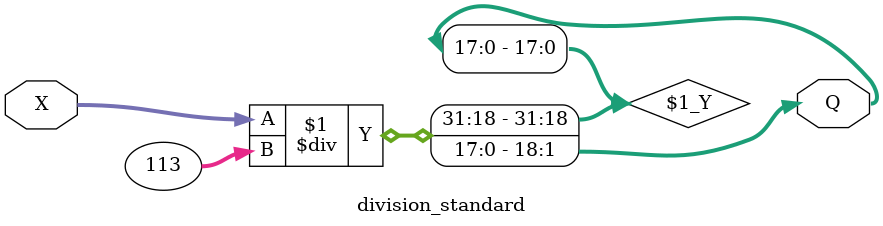
<source format=v>
module division_standard( X, Q);//, R);

input  [24:1] X;
output [18:1] Q; 
//output [7:1] R;

assign Q = X / 113;

//assign R = X % 113;

endmodule

</source>
